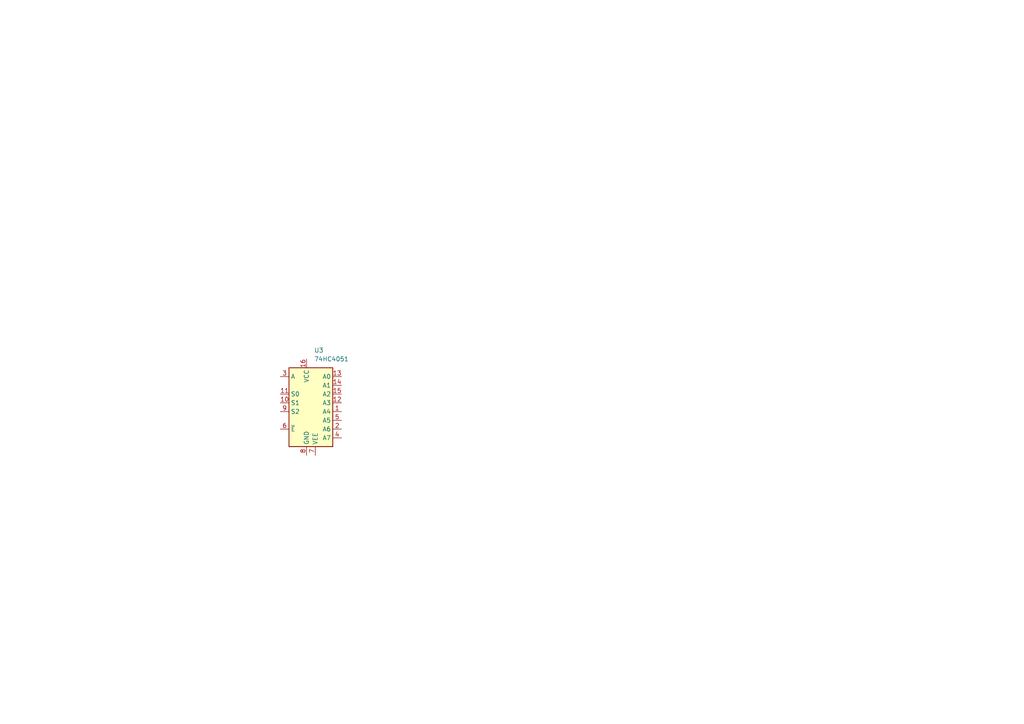
<source format=kicad_sch>
(kicad_sch (version 20230121) (generator eeschema)
  (paper "A4")
  (lib_symbols
    (symbol "74xx:74HC4051"
      (property "Reference" "U" (at -5.08 11.43 0))
      (property "Value" "74HC4051" (at -7.62 -13.97 0))
      (symbol "74HC4051_0_1"
        (rectangle (start -5.08 10.16) (end 7.62 -12.7) (stroke (width 0.254)) (fill (type background)))
      )
      (symbol "74HC4051_1_1"
        (pin passive line (at 10.16 -2.54 180) (length 2.54) (name "A4") (number "1"))
        (pin input line (at -7.62 0 0) (length 2.54) (name "S1") (number "10"))
        (pin input line (at -7.62 2.54 0) (length 2.54) (name "S0") (number "11"))
        (pin passive line (at 10.16 0 180) (length 2.54) (name "A3") (number "12"))
        (pin passive line (at 10.16 7.62 180) (length 2.54) (name "A0") (number "13"))
        (pin passive line (at 10.16 5.08 180) (length 2.54) (name "A1") (number "14"))
        (pin passive line (at 10.16 2.54 180) (length 2.54) (name "A2") (number "15"))
        (pin power_in line (at 0 12.7 270) (length 2.54) (name "VCC") (number "16"))
        (pin passive line (at 10.16 -7.62 180) (length 2.54) (name "A6") (number "2"))
        (pin passive line (at -7.62 7.62 0) (length 2.54) (name "A") (number "3"))
        (pin passive line (at 10.16 -10.16 180) (length 2.54) (name "A7") (number "4"))
        (pin passive line (at 10.16 -5.08 180) (length 2.54) (name "A5") (number "5"))
        (pin input line (at -7.62 -7.62 0) (length 2.54) (name "~{E}") (number "6"))
        (pin power_in line (at 2.54 -15.24 90) (length 2.54) (name "VEE") (number "7"))
        (pin power_in line (at 0 -15.24 90) (length 2.54) (name "GND") (number "8"))
        (pin input line (at -7.62 -2.54 0) (length 2.54) (name "S2") (number "9"))
      )
    )
  )
  (symbol (lib_id "74xx:74HC4051") (at 88.9 116.84 0) (unit 1)
    (property "Reference" "U3" (at 91.0941 101.6 0) (effects (justify left)))
    (property "Value" "74HC4051" (at 91.0941 104.14 0) (effects (justify left)))
    (property "Datasheet" "http://www.ti.com/lit/ds/symlink/cd74hc4051.pdf" (effects hide))
  )
)
</source>
